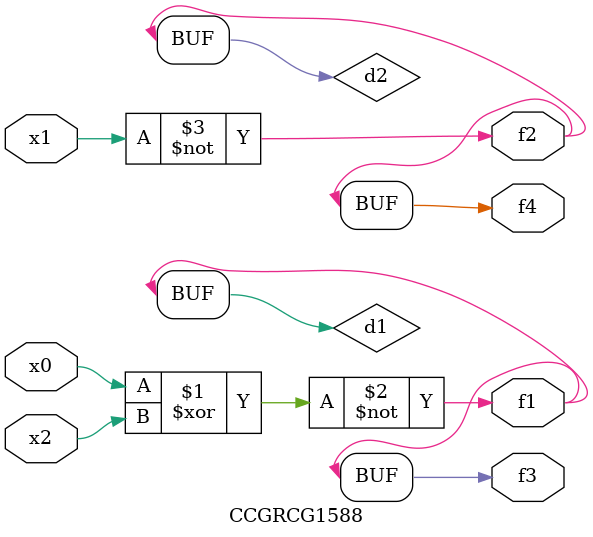
<source format=v>
module CCGRCG1588(
	input x0, x1, x2,
	output f1, f2, f3, f4
);

	wire d1, d2, d3;

	xnor (d1, x0, x2);
	nand (d2, x1);
	nor (d3, x1, x2);
	assign f1 = d1;
	assign f2 = d2;
	assign f3 = d1;
	assign f4 = d2;
endmodule

</source>
